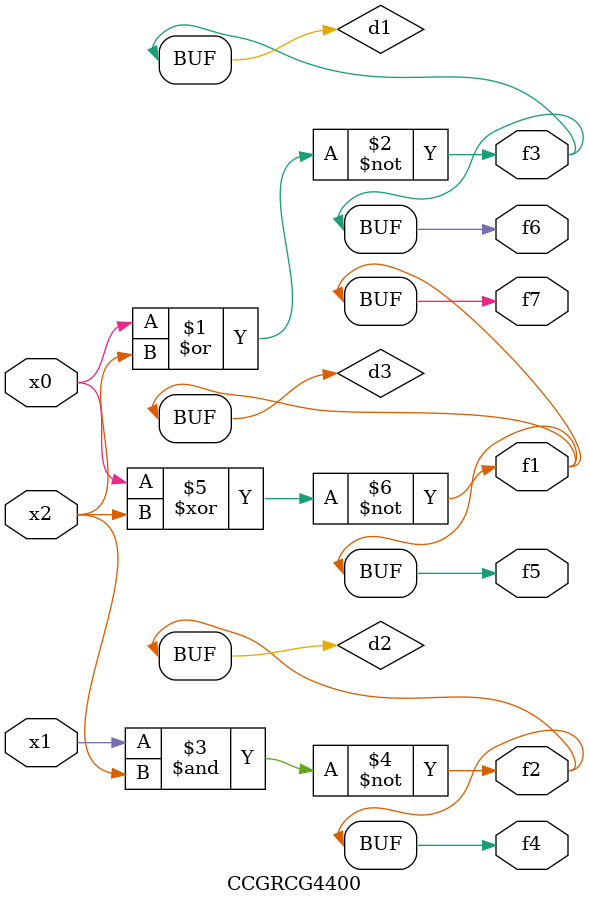
<source format=v>
module CCGRCG4400(
	input x0, x1, x2,
	output f1, f2, f3, f4, f5, f6, f7
);

	wire d1, d2, d3;

	nor (d1, x0, x2);
	nand (d2, x1, x2);
	xnor (d3, x0, x2);
	assign f1 = d3;
	assign f2 = d2;
	assign f3 = d1;
	assign f4 = d2;
	assign f5 = d3;
	assign f6 = d1;
	assign f7 = d3;
endmodule

</source>
